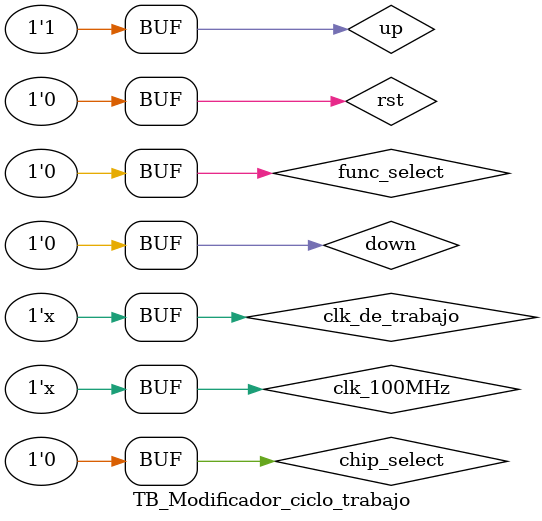
<source format=v>
`timescale 10ns / 1ps


module TB_Modificador_ciclo_trabajo;

	// Inputs
	reg clk_100MHz;
	reg clk_de_trabajo;
	reg rst;
	reg up;
	reg down;
	reg func_select;
	reg chip_select;

	// Outputs
	wire signal_out;
	wire [3:0] ciclo_actual;
	

	// Instantiate the Unit Under Test (UUT)
	Modificacion_Ciclo_Trabajo uut (
		.clk_100MHz(clk_100MHz), 
		.clk_de_trabajo(clk_de_trabajo), 
		.rst(rst), 
		.up(up), 
		.down(down), 
		.func_select(func_select), 
		.chip_select(chip_select), 
		.signal_out(signal_out), 
		.ciclo_actual(ciclo_actual) 
		
	);

	initial begin
		// Initialize Inputs
		clk_100MHz = 0;
		clk_de_trabajo = 0;
		rst = 0;
		up = 0;
		down = 0;
		func_select = 0;
		chip_select = 0;
 
		// Wait 100 ns for global reset to finish
		#10; 
		rst=1;
		#10
		rst=0;
		
		#10
		up=1;
		//#2
		/*
		up=0;
		#70
		down=1;
		
		*/
		 
        
		// Add stimulus here

	end

always #10 clk_100MHz = ~clk_100MHz;

always #60 clk_de_trabajo = ~clk_de_trabajo;
      
endmodule


</source>
